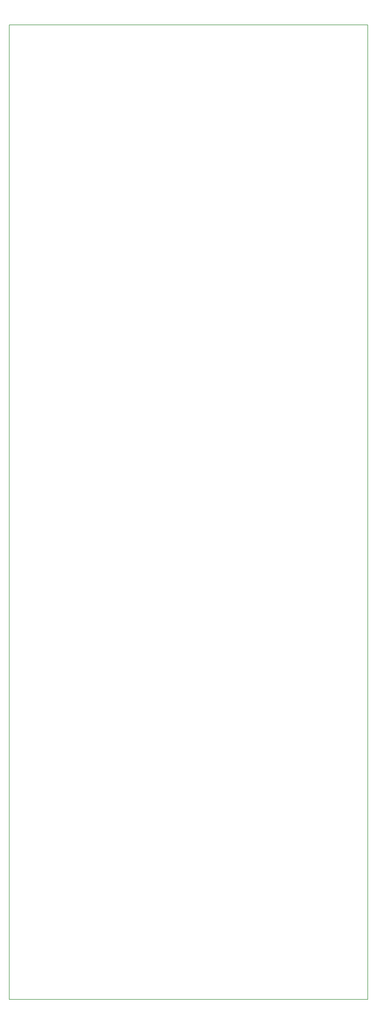
<source format=gm1>
G04 #@! TF.FileFunction,Profile,NP*
%FSLAX46Y46*%
G04 Gerber Fmt 4.6, Leading zero omitted, Abs format (unit mm)*
G04 Created by KiCad (PCBNEW 4.0.2-stable) date 20/06/2016 17:59:36*
%MOMM*%
G01*
G04 APERTURE LIST*
%ADD10C,0.100000*%
%ADD11C,0.200000*%
G04 APERTURE END LIST*
D10*
D11*
X102000000Y-45000000D02*
X102000000Y-357000000D01*
X102000000Y-357000000D02*
X217000000Y-357000000D01*
X217000000Y-45000000D02*
X217000000Y-357000000D01*
X102000000Y-45000000D02*
X217000000Y-45000000D01*
M02*

</source>
